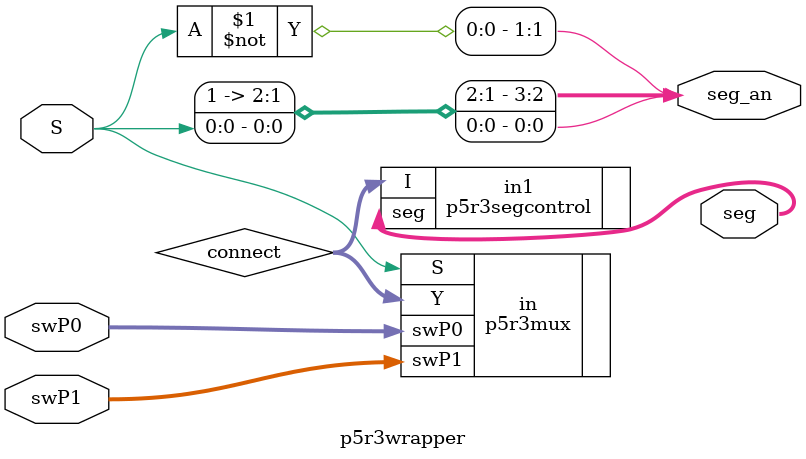
<source format=v>
`timescale 1ns / 1ps


module p5r3wrapper(
    input [3:0] swP0,
    input [7:4] swP1,
    input S,
    output [3:0] seg_an,
    output [6:0] seg
    );

    wire [3:0] connect;
    
    p5r3mux in(
        .S(S),
        .swP0(swP0),
        .swP1(swP1),
        .Y(connect)
        );
   
    
    p5r3segcontrol in1 (
        .I(connect),
        .seg(seg)
    );
    
    assign seg_an[0] = S; 
    assign seg_an[1] = ~S;
    assign seg_an[2] = 1;
    assign seg_an[3] = 1;
    
        
endmodule

</source>
